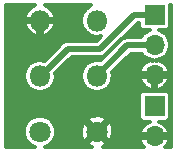
<source format=gtl>
G04 #@! TF.FileFunction,Copper,L1,Top,Signal*
%FSLAX46Y46*%
G04 Gerber Fmt 4.6, Leading zero omitted, Abs format (unit mm)*
G04 Created by KiCad (PCBNEW 4.0.4-1.fc24-product) date Tue Jun 12 10:11:38 2018*
%MOMM*%
%LPD*%
G01*
G04 APERTURE LIST*
%ADD10C,0.100000*%
%ADD11O,1.800000X1.800000*%
%ADD12C,1.800000*%
%ADD13R,1.700000X1.700000*%
%ADD14O,1.700000X1.700000*%
%ADD15C,0.500000*%
%ADD16C,0.300000*%
G04 APERTURE END LIST*
D10*
D11*
X140400000Y-90500000D03*
D12*
X140400000Y-95200000D03*
D11*
X140400000Y-85800000D03*
D12*
X145230000Y-95200000D03*
D11*
X145230000Y-90500000D03*
X145230000Y-85800000D03*
D13*
X150100000Y-85320000D03*
D14*
X150100000Y-87860000D03*
X150100000Y-90400000D03*
D13*
X150100000Y-93060000D03*
D14*
X150100000Y-95600000D03*
D15*
X150100000Y-87860000D02*
X150060000Y-87900000D01*
X150060000Y-87900000D02*
X147800000Y-87900000D01*
X147800000Y-87900000D02*
X145230000Y-90470000D01*
X145230000Y-90470000D02*
X145230000Y-90500000D01*
X140400000Y-90500000D02*
X140500000Y-90500000D01*
X140500000Y-90500000D02*
X142800000Y-88200000D01*
X142800000Y-88200000D02*
X145500000Y-88200000D01*
X145500000Y-88200000D02*
X148380000Y-85320000D01*
X148380000Y-85320000D02*
X150100000Y-85320000D01*
X150100000Y-85320000D02*
X150080000Y-85320000D01*
D16*
G36*
X139732748Y-84626412D02*
X139334427Y-84971092D01*
X139098330Y-85441966D01*
X139170847Y-85650000D01*
X140250000Y-85650000D01*
X140250000Y-85630000D01*
X140550000Y-85630000D01*
X140550000Y-85650000D01*
X141629153Y-85650000D01*
X141701670Y-85441966D01*
X141465573Y-84971092D01*
X141067252Y-84626412D01*
X140822397Y-84525000D01*
X144719988Y-84525000D01*
X144713377Y-84526315D01*
X144275406Y-84818958D01*
X143982763Y-85256929D01*
X143880000Y-85773552D01*
X143880000Y-85826448D01*
X143982763Y-86343071D01*
X144275406Y-86781042D01*
X144713377Y-87073685D01*
X145230000Y-87176448D01*
X145608988Y-87101062D01*
X145210050Y-87500000D01*
X142800000Y-87500000D01*
X142532122Y-87553284D01*
X142305025Y-87705025D01*
X140805783Y-89204267D01*
X140400000Y-89123552D01*
X139883377Y-89226315D01*
X139445406Y-89518958D01*
X139152763Y-89956929D01*
X139050000Y-90473552D01*
X139050000Y-90526448D01*
X139152763Y-91043071D01*
X139445406Y-91481042D01*
X139883377Y-91773685D01*
X140400000Y-91876448D01*
X140916623Y-91773685D01*
X141354594Y-91481042D01*
X141647237Y-91043071D01*
X141750000Y-90526448D01*
X141750000Y-90473552D01*
X141711243Y-90278707D01*
X143089950Y-88900000D01*
X145500000Y-88900000D01*
X145767879Y-88846716D01*
X145994975Y-88694975D01*
X148669950Y-86020000D01*
X148791184Y-86020000D01*
X148791184Y-86170000D01*
X148822562Y-86336760D01*
X148921117Y-86489919D01*
X149071495Y-86592668D01*
X149250000Y-86628816D01*
X149728571Y-86628816D01*
X149577043Y-86658957D01*
X149155292Y-86940761D01*
X148982075Y-87200000D01*
X147800000Y-87200000D01*
X147532121Y-87253284D01*
X147305025Y-87405025D01*
X145527351Y-89182699D01*
X145230000Y-89123552D01*
X144713377Y-89226315D01*
X144275406Y-89518958D01*
X143982763Y-89956929D01*
X143880000Y-90473552D01*
X143880000Y-90526448D01*
X143982763Y-91043071D01*
X144275406Y-91481042D01*
X144713377Y-91773685D01*
X145230000Y-91876448D01*
X145746623Y-91773685D01*
X146184594Y-91481042D01*
X146477237Y-91043071D01*
X146535500Y-90750160D01*
X148848046Y-90750160D01*
X148967124Y-91037672D01*
X149297386Y-91422665D01*
X149749838Y-91651966D01*
X149950000Y-91578830D01*
X149950000Y-90550000D01*
X150250000Y-90550000D01*
X150250000Y-91578830D01*
X150450162Y-91651966D01*
X150902614Y-91422665D01*
X151232876Y-91037672D01*
X151351954Y-90750160D01*
X151277988Y-90550000D01*
X150250000Y-90550000D01*
X149950000Y-90550000D01*
X148922012Y-90550000D01*
X148848046Y-90750160D01*
X146535500Y-90750160D01*
X146580000Y-90526448D01*
X146580000Y-90473552D01*
X146519674Y-90170276D01*
X148089950Y-88600000D01*
X149035529Y-88600000D01*
X149155292Y-88779239D01*
X149577043Y-89061043D01*
X149949998Y-89135229D01*
X149949998Y-89221169D01*
X149749838Y-89148034D01*
X149297386Y-89377335D01*
X148967124Y-89762328D01*
X148848046Y-90049840D01*
X148922012Y-90250000D01*
X149950000Y-90250000D01*
X149950000Y-90230000D01*
X150250000Y-90230000D01*
X150250000Y-90250000D01*
X151277988Y-90250000D01*
X151351954Y-90049840D01*
X151232876Y-89762328D01*
X150902614Y-89377335D01*
X150450162Y-89148034D01*
X150250002Y-89221169D01*
X150250002Y-89135229D01*
X150622957Y-89061043D01*
X151044708Y-88779239D01*
X151326512Y-88357488D01*
X151425469Y-87860000D01*
X151326512Y-87362512D01*
X151044708Y-86940761D01*
X150622957Y-86658957D01*
X150471429Y-86628816D01*
X150950000Y-86628816D01*
X151116760Y-86597438D01*
X151269919Y-86498883D01*
X151372668Y-86348505D01*
X151408816Y-86170000D01*
X151408816Y-84525000D01*
X151475000Y-84525000D01*
X151475000Y-96475000D01*
X151029287Y-96475000D01*
X151232876Y-96237672D01*
X151351954Y-95950160D01*
X151277988Y-95750000D01*
X150250000Y-95750000D01*
X150250000Y-95770000D01*
X149950000Y-95770000D01*
X149950000Y-95750000D01*
X148922012Y-95750000D01*
X148848046Y-95950160D01*
X148967124Y-96237672D01*
X149170713Y-96475000D01*
X145720001Y-96475000D01*
X145912884Y-96395105D01*
X146011364Y-96193496D01*
X145230000Y-95412132D01*
X144448636Y-96193496D01*
X144547116Y-96395105D01*
X144785984Y-96475000D01*
X140849434Y-96475000D01*
X141163715Y-96345142D01*
X141543807Y-95965712D01*
X141749765Y-95469710D01*
X141750152Y-95026444D01*
X143864538Y-95026444D01*
X143902061Y-95562196D01*
X144034895Y-95882884D01*
X144236504Y-95981364D01*
X145017868Y-95200000D01*
X145442132Y-95200000D01*
X146223496Y-95981364D01*
X146425105Y-95882884D01*
X146595462Y-95373556D01*
X146557939Y-94837804D01*
X146425105Y-94517116D01*
X146223496Y-94418636D01*
X145442132Y-95200000D01*
X145017868Y-95200000D01*
X144236504Y-94418636D01*
X144034895Y-94517116D01*
X143864538Y-95026444D01*
X141750152Y-95026444D01*
X141750234Y-94932647D01*
X141545142Y-94436285D01*
X141315762Y-94206504D01*
X144448636Y-94206504D01*
X145230000Y-94987868D01*
X146011364Y-94206504D01*
X145912884Y-94004895D01*
X145403556Y-93834538D01*
X144867804Y-93872061D01*
X144547116Y-94004895D01*
X144448636Y-94206504D01*
X141315762Y-94206504D01*
X141165712Y-94056193D01*
X140669710Y-93850235D01*
X140132647Y-93849766D01*
X139636285Y-94054858D01*
X139256193Y-94434288D01*
X139050235Y-94930290D01*
X139049766Y-95467353D01*
X139254858Y-95963715D01*
X139634288Y-96343807D01*
X139950236Y-96475000D01*
X137525000Y-96475000D01*
X137525000Y-92210000D01*
X148791184Y-92210000D01*
X148791184Y-93910000D01*
X148822562Y-94076760D01*
X148921117Y-94229919D01*
X149071495Y-94332668D01*
X149250000Y-94368816D01*
X149708831Y-94368816D01*
X149297386Y-94577335D01*
X148967124Y-94962328D01*
X148848046Y-95249840D01*
X148922012Y-95450000D01*
X149950000Y-95450000D01*
X149950000Y-95430000D01*
X150250000Y-95430000D01*
X150250000Y-95450000D01*
X151277988Y-95450000D01*
X151351954Y-95249840D01*
X151232876Y-94962328D01*
X150902614Y-94577335D01*
X150491169Y-94368816D01*
X150950000Y-94368816D01*
X151116760Y-94337438D01*
X151269919Y-94238883D01*
X151372668Y-94088505D01*
X151408816Y-93910000D01*
X151408816Y-92210000D01*
X151377438Y-92043240D01*
X151278883Y-91890081D01*
X151128505Y-91787332D01*
X150950000Y-91751184D01*
X149250000Y-91751184D01*
X149083240Y-91782562D01*
X148930081Y-91881117D01*
X148827332Y-92031495D01*
X148791184Y-92210000D01*
X137525000Y-92210000D01*
X137525000Y-86158034D01*
X139098330Y-86158034D01*
X139334427Y-86628908D01*
X139732748Y-86973588D01*
X140041968Y-87101658D01*
X140250000Y-87028375D01*
X140250000Y-85950000D01*
X140550000Y-85950000D01*
X140550000Y-87028375D01*
X140758032Y-87101658D01*
X141067252Y-86973588D01*
X141465573Y-86628908D01*
X141701670Y-86158034D01*
X141629153Y-85950000D01*
X140550000Y-85950000D01*
X140250000Y-85950000D01*
X139170847Y-85950000D01*
X139098330Y-86158034D01*
X137525000Y-86158034D01*
X137525000Y-84525000D01*
X139977603Y-84525000D01*
X139732748Y-84626412D01*
X139732748Y-84626412D01*
G37*
X139732748Y-84626412D02*
X139334427Y-84971092D01*
X139098330Y-85441966D01*
X139170847Y-85650000D01*
X140250000Y-85650000D01*
X140250000Y-85630000D01*
X140550000Y-85630000D01*
X140550000Y-85650000D01*
X141629153Y-85650000D01*
X141701670Y-85441966D01*
X141465573Y-84971092D01*
X141067252Y-84626412D01*
X140822397Y-84525000D01*
X144719988Y-84525000D01*
X144713377Y-84526315D01*
X144275406Y-84818958D01*
X143982763Y-85256929D01*
X143880000Y-85773552D01*
X143880000Y-85826448D01*
X143982763Y-86343071D01*
X144275406Y-86781042D01*
X144713377Y-87073685D01*
X145230000Y-87176448D01*
X145608988Y-87101062D01*
X145210050Y-87500000D01*
X142800000Y-87500000D01*
X142532122Y-87553284D01*
X142305025Y-87705025D01*
X140805783Y-89204267D01*
X140400000Y-89123552D01*
X139883377Y-89226315D01*
X139445406Y-89518958D01*
X139152763Y-89956929D01*
X139050000Y-90473552D01*
X139050000Y-90526448D01*
X139152763Y-91043071D01*
X139445406Y-91481042D01*
X139883377Y-91773685D01*
X140400000Y-91876448D01*
X140916623Y-91773685D01*
X141354594Y-91481042D01*
X141647237Y-91043071D01*
X141750000Y-90526448D01*
X141750000Y-90473552D01*
X141711243Y-90278707D01*
X143089950Y-88900000D01*
X145500000Y-88900000D01*
X145767879Y-88846716D01*
X145994975Y-88694975D01*
X148669950Y-86020000D01*
X148791184Y-86020000D01*
X148791184Y-86170000D01*
X148822562Y-86336760D01*
X148921117Y-86489919D01*
X149071495Y-86592668D01*
X149250000Y-86628816D01*
X149728571Y-86628816D01*
X149577043Y-86658957D01*
X149155292Y-86940761D01*
X148982075Y-87200000D01*
X147800000Y-87200000D01*
X147532121Y-87253284D01*
X147305025Y-87405025D01*
X145527351Y-89182699D01*
X145230000Y-89123552D01*
X144713377Y-89226315D01*
X144275406Y-89518958D01*
X143982763Y-89956929D01*
X143880000Y-90473552D01*
X143880000Y-90526448D01*
X143982763Y-91043071D01*
X144275406Y-91481042D01*
X144713377Y-91773685D01*
X145230000Y-91876448D01*
X145746623Y-91773685D01*
X146184594Y-91481042D01*
X146477237Y-91043071D01*
X146535500Y-90750160D01*
X148848046Y-90750160D01*
X148967124Y-91037672D01*
X149297386Y-91422665D01*
X149749838Y-91651966D01*
X149950000Y-91578830D01*
X149950000Y-90550000D01*
X150250000Y-90550000D01*
X150250000Y-91578830D01*
X150450162Y-91651966D01*
X150902614Y-91422665D01*
X151232876Y-91037672D01*
X151351954Y-90750160D01*
X151277988Y-90550000D01*
X150250000Y-90550000D01*
X149950000Y-90550000D01*
X148922012Y-90550000D01*
X148848046Y-90750160D01*
X146535500Y-90750160D01*
X146580000Y-90526448D01*
X146580000Y-90473552D01*
X146519674Y-90170276D01*
X148089950Y-88600000D01*
X149035529Y-88600000D01*
X149155292Y-88779239D01*
X149577043Y-89061043D01*
X149949998Y-89135229D01*
X149949998Y-89221169D01*
X149749838Y-89148034D01*
X149297386Y-89377335D01*
X148967124Y-89762328D01*
X148848046Y-90049840D01*
X148922012Y-90250000D01*
X149950000Y-90250000D01*
X149950000Y-90230000D01*
X150250000Y-90230000D01*
X150250000Y-90250000D01*
X151277988Y-90250000D01*
X151351954Y-90049840D01*
X151232876Y-89762328D01*
X150902614Y-89377335D01*
X150450162Y-89148034D01*
X150250002Y-89221169D01*
X150250002Y-89135229D01*
X150622957Y-89061043D01*
X151044708Y-88779239D01*
X151326512Y-88357488D01*
X151425469Y-87860000D01*
X151326512Y-87362512D01*
X151044708Y-86940761D01*
X150622957Y-86658957D01*
X150471429Y-86628816D01*
X150950000Y-86628816D01*
X151116760Y-86597438D01*
X151269919Y-86498883D01*
X151372668Y-86348505D01*
X151408816Y-86170000D01*
X151408816Y-84525000D01*
X151475000Y-84525000D01*
X151475000Y-96475000D01*
X151029287Y-96475000D01*
X151232876Y-96237672D01*
X151351954Y-95950160D01*
X151277988Y-95750000D01*
X150250000Y-95750000D01*
X150250000Y-95770000D01*
X149950000Y-95770000D01*
X149950000Y-95750000D01*
X148922012Y-95750000D01*
X148848046Y-95950160D01*
X148967124Y-96237672D01*
X149170713Y-96475000D01*
X145720001Y-96475000D01*
X145912884Y-96395105D01*
X146011364Y-96193496D01*
X145230000Y-95412132D01*
X144448636Y-96193496D01*
X144547116Y-96395105D01*
X144785984Y-96475000D01*
X140849434Y-96475000D01*
X141163715Y-96345142D01*
X141543807Y-95965712D01*
X141749765Y-95469710D01*
X141750152Y-95026444D01*
X143864538Y-95026444D01*
X143902061Y-95562196D01*
X144034895Y-95882884D01*
X144236504Y-95981364D01*
X145017868Y-95200000D01*
X145442132Y-95200000D01*
X146223496Y-95981364D01*
X146425105Y-95882884D01*
X146595462Y-95373556D01*
X146557939Y-94837804D01*
X146425105Y-94517116D01*
X146223496Y-94418636D01*
X145442132Y-95200000D01*
X145017868Y-95200000D01*
X144236504Y-94418636D01*
X144034895Y-94517116D01*
X143864538Y-95026444D01*
X141750152Y-95026444D01*
X141750234Y-94932647D01*
X141545142Y-94436285D01*
X141315762Y-94206504D01*
X144448636Y-94206504D01*
X145230000Y-94987868D01*
X146011364Y-94206504D01*
X145912884Y-94004895D01*
X145403556Y-93834538D01*
X144867804Y-93872061D01*
X144547116Y-94004895D01*
X144448636Y-94206504D01*
X141315762Y-94206504D01*
X141165712Y-94056193D01*
X140669710Y-93850235D01*
X140132647Y-93849766D01*
X139636285Y-94054858D01*
X139256193Y-94434288D01*
X139050235Y-94930290D01*
X139049766Y-95467353D01*
X139254858Y-95963715D01*
X139634288Y-96343807D01*
X139950236Y-96475000D01*
X137525000Y-96475000D01*
X137525000Y-92210000D01*
X148791184Y-92210000D01*
X148791184Y-93910000D01*
X148822562Y-94076760D01*
X148921117Y-94229919D01*
X149071495Y-94332668D01*
X149250000Y-94368816D01*
X149708831Y-94368816D01*
X149297386Y-94577335D01*
X148967124Y-94962328D01*
X148848046Y-95249840D01*
X148922012Y-95450000D01*
X149950000Y-95450000D01*
X149950000Y-95430000D01*
X150250000Y-95430000D01*
X150250000Y-95450000D01*
X151277988Y-95450000D01*
X151351954Y-95249840D01*
X151232876Y-94962328D01*
X150902614Y-94577335D01*
X150491169Y-94368816D01*
X150950000Y-94368816D01*
X151116760Y-94337438D01*
X151269919Y-94238883D01*
X151372668Y-94088505D01*
X151408816Y-93910000D01*
X151408816Y-92210000D01*
X151377438Y-92043240D01*
X151278883Y-91890081D01*
X151128505Y-91787332D01*
X150950000Y-91751184D01*
X149250000Y-91751184D01*
X149083240Y-91782562D01*
X148930081Y-91881117D01*
X148827332Y-92031495D01*
X148791184Y-92210000D01*
X137525000Y-92210000D01*
X137525000Y-86158034D01*
X139098330Y-86158034D01*
X139334427Y-86628908D01*
X139732748Y-86973588D01*
X140041968Y-87101658D01*
X140250000Y-87028375D01*
X140250000Y-85950000D01*
X140550000Y-85950000D01*
X140550000Y-87028375D01*
X140758032Y-87101658D01*
X141067252Y-86973588D01*
X141465573Y-86628908D01*
X141701670Y-86158034D01*
X141629153Y-85950000D01*
X140550000Y-85950000D01*
X140250000Y-85950000D01*
X139170847Y-85950000D01*
X139098330Y-86158034D01*
X137525000Y-86158034D01*
X137525000Y-84525000D01*
X139977603Y-84525000D01*
X139732748Y-84626412D01*
M02*

</source>
